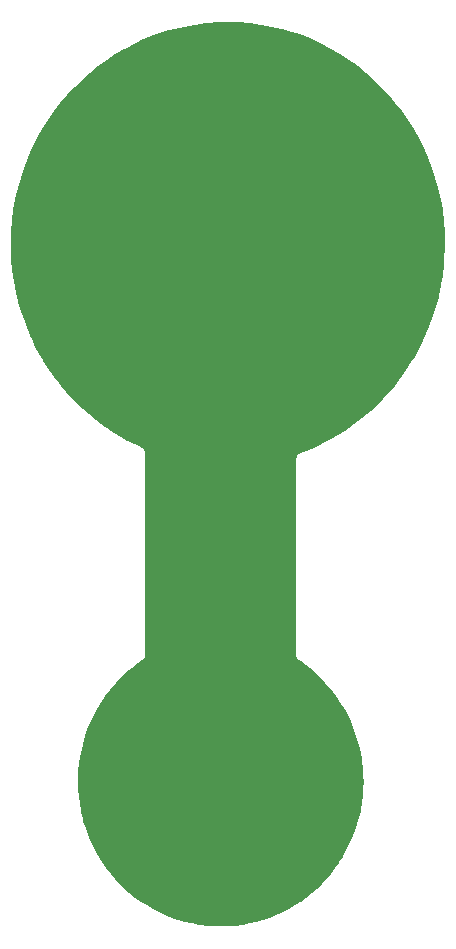
<source format=gbl>
G04 #@! TF.GenerationSoftware,KiCad,Pcbnew,(6.0.2)*
G04 #@! TF.CreationDate,2023-03-16T16:21:51-07:00*
G04 #@! TF.ProjectId,dingle-bop,64696e67-6c65-42d6-926f-702e6b696361,rev?*
G04 #@! TF.SameCoordinates,Original*
G04 #@! TF.FileFunction,Copper,L2,Bot*
G04 #@! TF.FilePolarity,Positive*
%FSLAX46Y46*%
G04 Gerber Fmt 4.6, Leading zero omitted, Abs format (unit mm)*
G04 Created by KiCad (PCBNEW (6.0.2)) date 2023-03-16 16:21:51*
%MOMM*%
%LPD*%
G01*
G04 APERTURE LIST*
G04 APERTURE END LIST*
G04 #@! TA.AperFunction,NonConductor*
G36*
X146522774Y-60018509D02*
G01*
X147395366Y-60041049D01*
X147401871Y-60041385D01*
X148328406Y-60113360D01*
X148334867Y-60114030D01*
X149247773Y-60232532D01*
X149254166Y-60233530D01*
X150152295Y-60397376D01*
X150158593Y-60398691D01*
X150905982Y-60574902D01*
X151040949Y-60606723D01*
X151047134Y-60608348D01*
X151912639Y-60859413D01*
X151918686Y-60861334D01*
X152243464Y-60973591D01*
X152766142Y-61154250D01*
X152772055Y-61156461D01*
X153600414Y-61490097D01*
X153606167Y-61492582D01*
X154414310Y-61865788D01*
X154419867Y-61868523D01*
X155206639Y-62280140D01*
X155212037Y-62283135D01*
X155976285Y-62732005D01*
X155981500Y-62735241D01*
X156722061Y-63220193D01*
X156727077Y-63223654D01*
X157108818Y-63500937D01*
X157442852Y-63743568D01*
X157447676Y-63747253D01*
X158137426Y-64300910D01*
X158142046Y-64304804D01*
X158804671Y-64891085D01*
X158809084Y-64895182D01*
X159443367Y-65512864D01*
X159447569Y-65517156D01*
X160052353Y-66165070D01*
X160056340Y-66169550D01*
X160630497Y-66846554D01*
X160634265Y-66851217D01*
X161176584Y-67556080D01*
X161180127Y-67560919D01*
X161689479Y-68292494D01*
X161692792Y-68297503D01*
X162168020Y-69054613D01*
X162171097Y-69059787D01*
X162611008Y-69841192D01*
X162613843Y-69846522D01*
X163017327Y-70651112D01*
X163019897Y-70656559D01*
X163231297Y-71134128D01*
X163385804Y-71483172D01*
X163388131Y-71488793D01*
X163715273Y-72336169D01*
X163717335Y-72341922D01*
X164004594Y-73208950D01*
X164004599Y-73208966D01*
X164006388Y-73214839D01*
X164252622Y-74100403D01*
X164254128Y-74106382D01*
X164407736Y-74786069D01*
X164458189Y-75009317D01*
X164459405Y-75015388D01*
X164620137Y-75934545D01*
X164621056Y-75940691D01*
X164737308Y-76874963D01*
X164737924Y-76881165D01*
X164808534Y-77829436D01*
X164808843Y-77835673D01*
X164832534Y-78792449D01*
X164832479Y-78800431D01*
X164773944Y-80315844D01*
X164773181Y-80325653D01*
X164764505Y-80399654D01*
X164618742Y-81642890D01*
X164600010Y-81802654D01*
X164598494Y-81812321D01*
X164496248Y-82331436D01*
X164315076Y-83251266D01*
X164312827Y-83260739D01*
X163923688Y-84657207D01*
X163920738Y-84666411D01*
X163669452Y-85357987D01*
X163430389Y-86015920D01*
X163426768Y-86024813D01*
X162839721Y-87322796D01*
X162835463Y-87331335D01*
X162166853Y-88553791D01*
X162156207Y-88573255D01*
X162151343Y-88581403D01*
X161384413Y-89762626D01*
X161378985Y-89770336D01*
X160581053Y-90817792D01*
X160528922Y-90886225D01*
X160522913Y-90893527D01*
X159594301Y-91939415D01*
X159587756Y-91946252D01*
X158585150Y-92917532D01*
X158578087Y-92923876D01*
X157506079Y-93815915D01*
X157498492Y-93821755D01*
X156361671Y-94629946D01*
X156353592Y-94635235D01*
X155156544Y-95354991D01*
X155147994Y-95359691D01*
X154859802Y-95503881D01*
X153895214Y-95986489D01*
X153886242Y-95990547D01*
X153301587Y-96227858D01*
X152590806Y-96516363D01*
X152578044Y-96520763D01*
X152556341Y-96526966D01*
X152540435Y-96531512D01*
X152488272Y-96564424D01*
X152484534Y-96566692D01*
X152431267Y-96597747D01*
X152425320Y-96604023D01*
X152424686Y-96604543D01*
X152417369Y-96609160D01*
X152376533Y-96655399D01*
X152373582Y-96658623D01*
X152372139Y-96660147D01*
X152340459Y-96693579D01*
X152331179Y-96703372D01*
X152327229Y-96711072D01*
X152326769Y-96711746D01*
X152321044Y-96718228D01*
X152317232Y-96726346D01*
X152317228Y-96726353D01*
X152294832Y-96774054D01*
X152292887Y-96778015D01*
X152264760Y-96832845D01*
X152263131Y-96841339D01*
X152262878Y-96842116D01*
X152259201Y-96849948D01*
X152257820Y-96858817D01*
X152257819Y-96858821D01*
X152249716Y-96910871D01*
X152248966Y-96915191D01*
X152237349Y-96975754D01*
X152238200Y-96984687D01*
X152238200Y-96984689D01*
X152241432Y-97018610D01*
X152242000Y-97030560D01*
X152242000Y-113577212D01*
X152241795Y-113584389D01*
X152239397Y-113626425D01*
X152238640Y-113639685D01*
X152240663Y-113648425D01*
X152240664Y-113648431D01*
X152248949Y-113684215D01*
X152250923Y-113694772D01*
X152256130Y-113731134D01*
X152256133Y-113731143D01*
X152257405Y-113740028D01*
X152261121Y-113748201D01*
X152261292Y-113748577D01*
X152269343Y-113772307D01*
X152271460Y-113781450D01*
X152275857Y-113789274D01*
X152275858Y-113789277D01*
X152293852Y-113821295D01*
X152298710Y-113830874D01*
X152301291Y-113836549D01*
X152317633Y-113872493D01*
X152323490Y-113879291D01*
X152323491Y-113879292D01*
X152323761Y-113879605D01*
X152338149Y-113900121D01*
X152342749Y-113908306D01*
X152349166Y-113914582D01*
X152375428Y-113940269D01*
X152382776Y-113948096D01*
X152412619Y-113982730D01*
X152420146Y-113987609D01*
X152420151Y-113987613D01*
X152462535Y-114015084D01*
X152467189Y-114018251D01*
X152607341Y-114118276D01*
X153067185Y-114446465D01*
X153073282Y-114451103D01*
X153642611Y-114912124D01*
X153648388Y-114917098D01*
X154188986Y-115411885D01*
X154194435Y-115417183D01*
X154704711Y-115944164D01*
X154709822Y-115949771D01*
X155188174Y-116507348D01*
X155192939Y-116513253D01*
X155637836Y-117099898D01*
X155642238Y-117106082D01*
X156052105Y-117720214D01*
X156056126Y-117726652D01*
X156169032Y-117920249D01*
X156429377Y-118366657D01*
X156433033Y-118373387D01*
X156768141Y-119037723D01*
X156771398Y-119044702D01*
X157066818Y-119731813D01*
X157069656Y-119739018D01*
X157226336Y-120175614D01*
X157323866Y-120447389D01*
X157326271Y-120454807D01*
X157539103Y-121187643D01*
X157540610Y-121193322D01*
X157628684Y-121559543D01*
X157629545Y-121563384D01*
X157707505Y-121938770D01*
X157708246Y-121942646D01*
X157774743Y-122322180D01*
X157775365Y-122326089D01*
X157830215Y-122709663D01*
X157830715Y-122713598D01*
X157873720Y-123101006D01*
X157874096Y-123104962D01*
X157905060Y-123496041D01*
X157905311Y-123500013D01*
X157924035Y-123894554D01*
X157924161Y-123898536D01*
X157930403Y-124293486D01*
X157930380Y-124298613D01*
X157914705Y-124928212D01*
X157914392Y-124934483D01*
X157868112Y-125552623D01*
X157867489Y-125558858D01*
X157791304Y-126167802D01*
X157790376Y-126173978D01*
X157685047Y-126773070D01*
X157683818Y-126779169D01*
X157550110Y-127367635D01*
X157548590Y-127373640D01*
X157387237Y-127950833D01*
X157385438Y-127956711D01*
X157287330Y-128251254D01*
X157197210Y-128521815D01*
X157195130Y-128527587D01*
X156980765Y-129079896D01*
X156978418Y-129085534D01*
X156738657Y-129624311D01*
X156736052Y-129629803D01*
X156471677Y-130154221D01*
X156468823Y-130159561D01*
X156180530Y-130668962D01*
X156177449Y-130674114D01*
X155866016Y-131167681D01*
X155862705Y-131172661D01*
X155824887Y-131226696D01*
X155528914Y-131649583D01*
X155525354Y-131654420D01*
X155169946Y-132113952D01*
X155166171Y-132118600D01*
X154789899Y-132559976D01*
X154785899Y-132564448D01*
X154389535Y-132986886D01*
X154385346Y-132991142D01*
X154159821Y-133209634D01*
X153969679Y-133393846D01*
X153965258Y-133397929D01*
X153531072Y-133780119D01*
X153526447Y-133783998D01*
X153112028Y-134114947D01*
X153074441Y-134144963D01*
X153069617Y-134148628D01*
X153001867Y-134197589D01*
X152600630Y-134487546D01*
X152595610Y-134490993D01*
X152110388Y-134807121D01*
X152105178Y-134810338D01*
X151604447Y-135102943D01*
X151599053Y-135105920D01*
X151083626Y-135374213D01*
X151078056Y-135376940D01*
X150548648Y-135620192D01*
X150542910Y-135622658D01*
X150000286Y-135840106D01*
X149994394Y-135842299D01*
X149439226Y-136033225D01*
X149433190Y-136035132D01*
X148866287Y-136198755D01*
X148860123Y-136200367D01*
X148282141Y-136335957D01*
X148275868Y-136337261D01*
X147687508Y-136444061D01*
X147681144Y-136445049D01*
X147083054Y-136522301D01*
X147076638Y-136522962D01*
X146873460Y-136538667D01*
X146469563Y-136569886D01*
X146463090Y-136570219D01*
X146068273Y-136580367D01*
X145847611Y-136586038D01*
X145841153Y-136586038D01*
X145590431Y-136579594D01*
X145225671Y-136570218D01*
X145219199Y-136569885D01*
X144899604Y-136545182D01*
X144612132Y-136522962D01*
X144605727Y-136522301D01*
X144345827Y-136488732D01*
X144007642Y-136445051D01*
X144001278Y-136444063D01*
X143412913Y-136337262D01*
X143406640Y-136335958D01*
X142828646Y-136200366D01*
X142822482Y-136198754D01*
X142255595Y-136035136D01*
X142249559Y-136033229D01*
X141694378Y-135842299D01*
X141688486Y-135840106D01*
X141145863Y-135622658D01*
X141140125Y-135620192D01*
X140610714Y-135376939D01*
X140605144Y-135374212D01*
X140089720Y-135105921D01*
X140084327Y-135102944D01*
X139583603Y-134810345D01*
X139578392Y-134807128D01*
X139093149Y-134490986D01*
X139088129Y-134487539D01*
X138619156Y-134148631D01*
X138614331Y-134144965D01*
X138162341Y-133784014D01*
X138157715Y-133780135D01*
X138097756Y-133727357D01*
X137723496Y-133397918D01*
X137719087Y-133393846D01*
X137303419Y-132991142D01*
X137299206Y-132986861D01*
X136902870Y-132564452D01*
X136898870Y-132559981D01*
X136638422Y-132254470D01*
X136522590Y-132118596D01*
X136518815Y-132113948D01*
X136242057Y-131756109D01*
X136163406Y-131654416D01*
X136159870Y-131649612D01*
X135826054Y-131172657D01*
X135822727Y-131167652D01*
X135817057Y-131158666D01*
X135511306Y-130674106D01*
X135508214Y-130668935D01*
X135476153Y-130612283D01*
X135219937Y-130159559D01*
X135217083Y-130154221D01*
X134952699Y-129629789D01*
X134950094Y-129624296D01*
X134710344Y-129085543D01*
X134707997Y-129079905D01*
X134493630Y-128527593D01*
X134491550Y-128521821D01*
X134401428Y-128251254D01*
X134303317Y-127956701D01*
X134301515Y-127950816D01*
X134218929Y-127655389D01*
X134140166Y-127373640D01*
X134138651Y-127367655D01*
X134138647Y-127367635D01*
X134049841Y-126976795D01*
X134004941Y-126779184D01*
X134003712Y-126773084D01*
X133898379Y-126173972D01*
X133897451Y-126167796D01*
X133821266Y-125558848D01*
X133820643Y-125552613D01*
X133774363Y-124934470D01*
X133774050Y-124928199D01*
X133758499Y-124303600D01*
X133758523Y-124296503D01*
X133758619Y-124293486D01*
X133783606Y-123501918D01*
X133784107Y-123493985D01*
X133792059Y-123410296D01*
X133858079Y-122715413D01*
X133859077Y-122707547D01*
X133980426Y-121944294D01*
X133981908Y-121936544D01*
X134149089Y-121190001D01*
X134151041Y-121182402D01*
X134231314Y-120905931D01*
X134362508Y-120454080D01*
X134364911Y-120446672D01*
X134619119Y-119738108D01*
X134621958Y-119730900D01*
X134917374Y-119043613D01*
X134920630Y-119036634D01*
X135255755Y-118372104D01*
X135259410Y-118365372D01*
X135632651Y-117725260D01*
X135636692Y-117718789D01*
X135970047Y-117219238D01*
X136046526Y-117104630D01*
X136050932Y-117098440D01*
X136469550Y-116546435D01*
X136495812Y-116511804D01*
X136500580Y-116505896D01*
X136509214Y-116495834D01*
X136978916Y-115948406D01*
X136984033Y-115942795D01*
X137079624Y-115844105D01*
X137494247Y-115416037D01*
X137499707Y-115410731D01*
X138040226Y-114916280D01*
X138046018Y-114911295D01*
X138326483Y-114684374D01*
X138615272Y-114450719D01*
X138621385Y-114446074D01*
X139218461Y-114020464D01*
X139224362Y-114016503D01*
X139263793Y-113991624D01*
X139263794Y-113991623D01*
X139271386Y-113986833D01*
X139301536Y-113952695D01*
X139309019Y-113944921D01*
X139341977Y-113913500D01*
X139346775Y-113905212D01*
X139361370Y-113884945D01*
X139361768Y-113884494D01*
X139367711Y-113877765D01*
X139371526Y-113869640D01*
X139371529Y-113869635D01*
X139387063Y-113836549D01*
X139392072Y-113826971D01*
X139410386Y-113795335D01*
X139410386Y-113795334D01*
X139414883Y-113787567D01*
X139417162Y-113778269D01*
X139425484Y-113754714D01*
X139429554Y-113746045D01*
X139436560Y-113701051D01*
X139438680Y-113690452D01*
X139447377Y-113654955D01*
X139449514Y-113646234D01*
X139446878Y-113586628D01*
X139446755Y-113581061D01*
X139446755Y-96560657D01*
X139448305Y-96540954D01*
X139450520Y-96526966D01*
X139450520Y-96526963D01*
X139451923Y-96518102D01*
X139447087Y-96480364D01*
X139446755Y-96477033D01*
X139446755Y-96474040D01*
X139442331Y-96443146D01*
X139442081Y-96441302D01*
X139434459Y-96381828D01*
X139434459Y-96381827D01*
X139433426Y-96373768D01*
X139431892Y-96370258D01*
X139431350Y-96366472D01*
X139403183Y-96304523D01*
X139402426Y-96302823D01*
X139378412Y-96247866D01*
X139378407Y-96247857D01*
X139375161Y-96240428D01*
X139372707Y-96237494D01*
X139371122Y-96234007D01*
X139326643Y-96182387D01*
X139325505Y-96181046D01*
X139281815Y-96128798D01*
X139278633Y-96126668D01*
X139276136Y-96123770D01*
X139218986Y-96086727D01*
X139217525Y-96085765D01*
X139188902Y-96066606D01*
X139186168Y-96065335D01*
X139183359Y-96063636D01*
X139161564Y-96049509D01*
X139154028Y-96044624D01*
X139128104Y-96036871D01*
X139111076Y-96030403D01*
X138542306Y-95765824D01*
X138538147Y-95763795D01*
X137949855Y-95463323D01*
X137945786Y-95461150D01*
X137855329Y-95410691D01*
X137369658Y-95139775D01*
X137365740Y-95137494D01*
X136802389Y-94795767D01*
X136798537Y-94793334D01*
X136248355Y-94431685D01*
X136244601Y-94429119D01*
X136017323Y-94267687D01*
X135708088Y-94048041D01*
X135704472Y-94045373D01*
X135257026Y-93702716D01*
X135182084Y-93645325D01*
X135178552Y-93642518D01*
X134670821Y-93224025D01*
X134667402Y-93221103D01*
X134502253Y-93074775D01*
X134174773Y-92784616D01*
X134171505Y-92781614D01*
X133694417Y-92327576D01*
X133691235Y-92324438D01*
X133230293Y-91853453D01*
X133227224Y-91850205D01*
X132782782Y-91362632D01*
X132779834Y-91359279D01*
X132352472Y-90855711D01*
X132349645Y-90852258D01*
X131939784Y-90333114D01*
X131937081Y-90329563D01*
X131545183Y-89795306D01*
X131542606Y-89791659D01*
X131169208Y-89242851D01*
X131166759Y-89239111D01*
X130812324Y-88676226D01*
X130810006Y-88672395D01*
X130474948Y-88095811D01*
X130472803Y-88091965D01*
X130157635Y-87502222D01*
X130155608Y-87498260D01*
X129860876Y-86895984D01*
X129858966Y-86891898D01*
X129729154Y-86600670D01*
X129585056Y-86277392D01*
X129583291Y-86273234D01*
X129330717Y-85647067D01*
X129329104Y-85642851D01*
X129228994Y-85366358D01*
X129098345Y-85005524D01*
X129096872Y-85001216D01*
X129076134Y-84936756D01*
X128888358Y-84353081D01*
X128887064Y-84348792D01*
X128701295Y-83690392D01*
X128700141Y-83685996D01*
X128594383Y-83251266D01*
X128537601Y-83017852D01*
X128536601Y-83013390D01*
X128397763Y-82335968D01*
X128396920Y-82331436D01*
X128338995Y-81984766D01*
X128282251Y-81645170D01*
X128281573Y-81640598D01*
X128191544Y-80945928D01*
X128191033Y-80941324D01*
X128126129Y-80238714D01*
X128125788Y-80234087D01*
X128086493Y-79524068D01*
X128086321Y-79519425D01*
X128073149Y-78804282D01*
X128073167Y-78798844D01*
X128097007Y-77835661D01*
X128097316Y-77829426D01*
X128167900Y-76881149D01*
X128168516Y-76874949D01*
X128284727Y-75940675D01*
X128285645Y-75934531D01*
X128446327Y-75015344D01*
X128447543Y-75009274D01*
X128651532Y-74106362D01*
X128653037Y-74100384D01*
X128899195Y-73214822D01*
X128900982Y-73208950D01*
X129188170Y-72341877D01*
X129190231Y-72336125D01*
X129517287Y-71488739D01*
X129519615Y-71483118D01*
X129885401Y-70656561D01*
X129887985Y-70651080D01*
X130291373Y-69846480D01*
X130294208Y-69841149D01*
X130734023Y-69059741D01*
X130737100Y-69054567D01*
X131212209Y-68297485D01*
X131215522Y-68292475D01*
X131724781Y-67560895D01*
X131728324Y-67556055D01*
X132270561Y-66851180D01*
X132274329Y-66846517D01*
X132813972Y-66210110D01*
X132848375Y-66169538D01*
X132852357Y-66165062D01*
X133457083Y-65517125D01*
X133461286Y-65512832D01*
X133464677Y-65509530D01*
X134095486Y-64895163D01*
X134099900Y-64891065D01*
X134762457Y-64304794D01*
X134767078Y-64300898D01*
X135456790Y-63747235D01*
X135461615Y-63743550D01*
X136177324Y-63223660D01*
X136182347Y-63220194D01*
X136922881Y-62735248D01*
X136928097Y-62732010D01*
X137692356Y-62283137D01*
X137697760Y-62280139D01*
X138484542Y-61868528D01*
X138490126Y-61865781D01*
X139298262Y-61492599D01*
X139304015Y-61490113D01*
X139304055Y-61490097D01*
X140132499Y-61156455D01*
X140138407Y-61154247D01*
X140985934Y-60861338D01*
X140991993Y-60859413D01*
X141161611Y-60810217D01*
X141857599Y-60608353D01*
X141863775Y-60606731D01*
X142314376Y-60500512D01*
X142746287Y-60398698D01*
X142752587Y-60397382D01*
X143650923Y-60233531D01*
X143657316Y-60232534D01*
X144570432Y-60114030D01*
X144576887Y-60113360D01*
X144821282Y-60094381D01*
X145503706Y-60041384D01*
X145510209Y-60041048D01*
X146346215Y-60019460D01*
X146449663Y-60016789D01*
X146456168Y-60016789D01*
X146522774Y-60018509D01*
G37*
G04 #@! TD.AperFunction*
M02*

</source>
